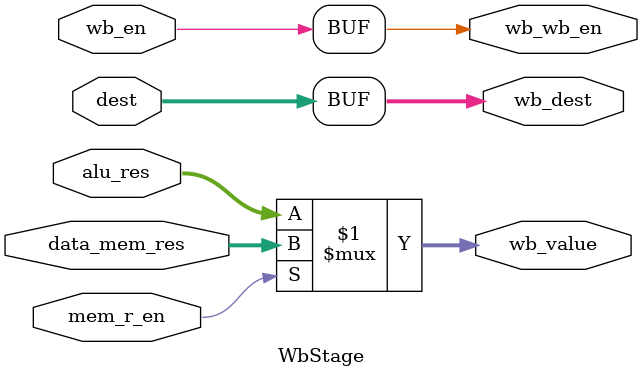
<source format=v>
module WbStage (
    input wb_en,
    input mem_r_en,
    input [31:0] alu_res,
    input [31:0] data_mem_res,
    input [3:0] dest,
    output wb_wb_en,
    output [3:0] wb_dest,
    output [31:0] wb_value
);
    assign wb_wb_en = wb_en;
    assign wb_dest = dest;
    assign wb_value =  (mem_r_en) ? data_mem_res : alu_res;
   
endmodule
</source>
